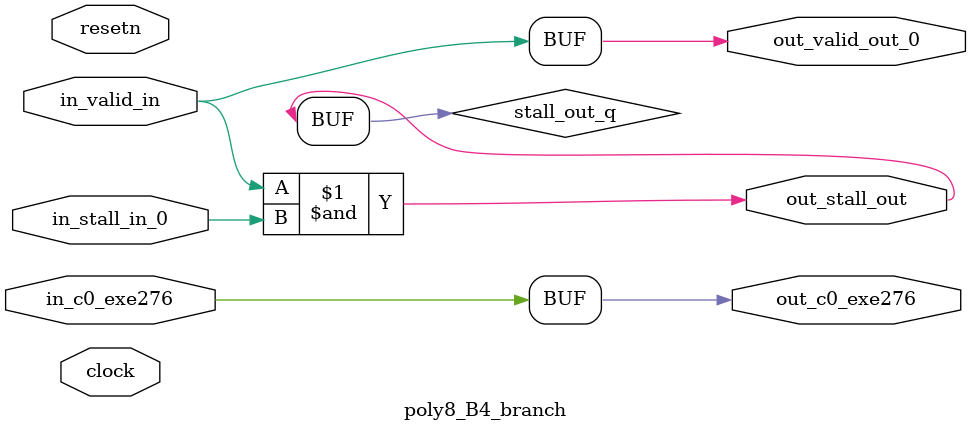
<source format=sv>



(* altera_attribute = "-name AUTO_SHIFT_REGISTER_RECOGNITION OFF; -name MESSAGE_DISABLE 10036; -name MESSAGE_DISABLE 10037; -name MESSAGE_DISABLE 14130; -name MESSAGE_DISABLE 14320; -name MESSAGE_DISABLE 15400; -name MESSAGE_DISABLE 14130; -name MESSAGE_DISABLE 10036; -name MESSAGE_DISABLE 12020; -name MESSAGE_DISABLE 12030; -name MESSAGE_DISABLE 12010; -name MESSAGE_DISABLE 12110; -name MESSAGE_DISABLE 14320; -name MESSAGE_DISABLE 13410; -name MESSAGE_DISABLE 113007; -name MESSAGE_DISABLE 10958" *)
module poly8_B4_branch (
    input wire [0:0] in_c0_exe276,
    input wire [0:0] in_stall_in_0,
    input wire [0:0] in_valid_in,
    output wire [0:0] out_c0_exe276,
    output wire [0:0] out_stall_out,
    output wire [0:0] out_valid_out_0,
    input wire clock,
    input wire resetn
    );

    wire [0:0] stall_out_q;


    // out_c0_exe276(GPOUT,5)
    assign out_c0_exe276 = in_c0_exe276;

    // stall_out(LOGICAL,8)
    assign stall_out_q = in_valid_in & in_stall_in_0;

    // out_stall_out(GPOUT,6)
    assign out_stall_out = stall_out_q;

    // out_valid_out_0(GPOUT,7)
    assign out_valid_out_0 = in_valid_in;

endmodule

</source>
